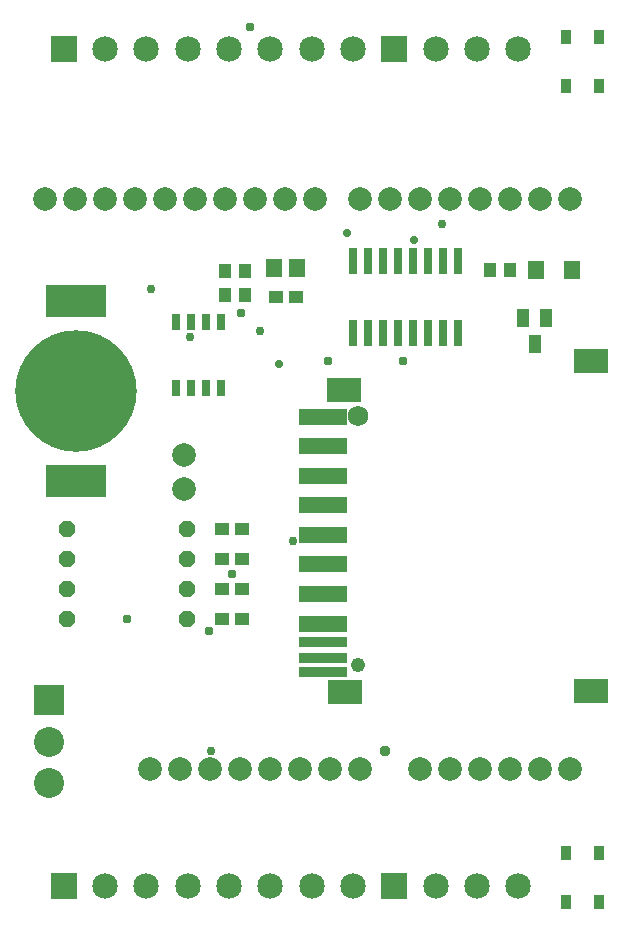
<source format=gts>
G75*
%MOIN*%
%OFA0B0*%
%FSLAX25Y25*%
%IPPOS*%
%LPD*%
%AMOC8*
5,1,8,0,0,1.08239X$1,22.5*
%
%ADD10C,0.07900*%
%ADD11R,0.03100X0.08500*%
%ADD12R,0.11524X0.08374*%
%ADD13R,0.16248X0.03256*%
%ADD14R,0.16248X0.05224*%
%ADD15C,0.04831*%
%ADD16C,0.06799*%
%ADD17OC8,0.05300*%
%ADD18R,0.05224X0.06012*%
%ADD19R,0.04437X0.04831*%
%ADD20R,0.03699X0.04634*%
%ADD21R,0.04831X0.04437*%
%ADD22R,0.04437X0.06012*%
%ADD23R,0.08500X0.08500*%
%ADD24C,0.08500*%
%ADD25R,0.20500X0.10500*%
%ADD26C,0.40500*%
%ADD27R,0.05618X0.06406*%
%ADD28R,0.02862X0.05224*%
%ADD29R,0.10000X0.10000*%
%ADD30C,0.10000*%
%ADD31OC8,0.02900*%
%ADD32C,0.03700*%
%ADD33C,0.02900*%
%ADD34C,0.03000*%
%ADD35C,0.03078*%
D10*
X0080000Y0060500D03*
X0090000Y0060500D03*
X0100000Y0060500D03*
X0110000Y0060500D03*
X0120000Y0060500D03*
X0130000Y0060500D03*
X0140000Y0060500D03*
X0150000Y0060500D03*
X0170000Y0060500D03*
X0180000Y0060500D03*
X0190000Y0060500D03*
X0200000Y0060500D03*
X0210000Y0060500D03*
X0220000Y0060500D03*
X0091250Y0153800D03*
X0091250Y0165200D03*
X0095000Y0250500D03*
X0085000Y0250500D03*
X0075000Y0250500D03*
X0065000Y0250500D03*
X0055000Y0250500D03*
X0045000Y0250500D03*
X0105000Y0250500D03*
X0115000Y0250500D03*
X0125000Y0250500D03*
X0135000Y0250500D03*
X0150000Y0250500D03*
X0160000Y0250500D03*
X0170000Y0250500D03*
X0180000Y0250500D03*
X0190000Y0250500D03*
X0200000Y0250500D03*
X0210000Y0250500D03*
X0220000Y0250500D03*
D11*
X0182750Y0230100D03*
X0177750Y0230100D03*
X0172750Y0230100D03*
X0167750Y0230100D03*
X0162750Y0230100D03*
X0157750Y0230100D03*
X0152750Y0230100D03*
X0147750Y0230100D03*
X0147750Y0205900D03*
X0152750Y0205900D03*
X0157750Y0205900D03*
X0162750Y0205900D03*
X0167750Y0205900D03*
X0172750Y0205900D03*
X0177750Y0205900D03*
X0182750Y0205900D03*
D12*
X0144793Y0187063D03*
X0145187Y0086276D03*
X0227077Y0086669D03*
X0227077Y0196512D03*
D13*
X0137707Y0102811D03*
X0137707Y0097693D03*
X0137707Y0092969D03*
D14*
X0137707Y0109110D03*
X0137707Y0118953D03*
X0137707Y0128795D03*
X0137707Y0138638D03*
X0137707Y0148480D03*
X0137707Y0158323D03*
X0137707Y0168165D03*
X0137707Y0178008D03*
D15*
X0149518Y0095331D03*
D16*
X0149518Y0178402D03*
D17*
X0092250Y0140500D03*
X0092250Y0130500D03*
X0092250Y0120500D03*
X0092250Y0110500D03*
X0052250Y0110500D03*
X0052250Y0120500D03*
X0052250Y0130500D03*
X0052250Y0140500D03*
D18*
X0208844Y0227000D03*
X0220656Y0227000D03*
D19*
X0200096Y0227000D03*
X0193404Y0227000D03*
X0111596Y0226500D03*
X0104904Y0226500D03*
X0104904Y0218500D03*
X0111596Y0218500D03*
D20*
X0218738Y0288331D03*
X0229762Y0288331D03*
X0229762Y0304669D03*
X0218738Y0304669D03*
X0218738Y0032669D03*
X0229762Y0032669D03*
X0229762Y0016331D03*
X0218738Y0016331D03*
D21*
X0110596Y0110500D03*
X0103904Y0110500D03*
X0103904Y0120500D03*
X0110596Y0120500D03*
X0110596Y0130500D03*
X0103904Y0130500D03*
X0103904Y0140500D03*
X0110596Y0140500D03*
X0121904Y0218000D03*
X0128596Y0218000D03*
D22*
X0204510Y0210831D03*
X0211990Y0210831D03*
X0208250Y0202169D03*
D23*
X0161486Y0300500D03*
X0051250Y0300500D03*
X0051250Y0021500D03*
X0161486Y0021500D03*
D24*
X0175266Y0021500D03*
X0189045Y0021500D03*
X0202825Y0021500D03*
X0147707Y0021500D03*
X0133927Y0021500D03*
X0120148Y0021500D03*
X0106368Y0021500D03*
X0092589Y0021500D03*
X0078809Y0021500D03*
X0065030Y0021500D03*
X0065030Y0300500D03*
X0078809Y0300500D03*
X0092589Y0300500D03*
X0106368Y0300500D03*
X0120148Y0300500D03*
X0133927Y0300500D03*
X0147707Y0300500D03*
X0175266Y0300500D03*
X0189045Y0300500D03*
X0202825Y0300500D03*
D25*
X0055250Y0216500D03*
X0055250Y0156500D03*
D26*
X0055250Y0186500D03*
D27*
X0121510Y0227500D03*
X0128990Y0227500D03*
D28*
X0103750Y0209524D03*
X0098750Y0209524D03*
X0093750Y0209524D03*
X0088750Y0209524D03*
X0088750Y0187476D03*
X0093750Y0187476D03*
X0098750Y0187476D03*
X0103750Y0187476D03*
D29*
X0046250Y0083500D03*
D30*
X0046250Y0055941D03*
X0046250Y0069720D03*
D31*
X0072250Y0110500D03*
X0107250Y0125500D03*
X0139250Y0196500D03*
X0164250Y0196500D03*
X0110250Y0212500D03*
D32*
X0158250Y0066500D03*
D33*
X0123050Y0195700D03*
X0145650Y0239300D03*
X0168050Y0236900D03*
D34*
X0177550Y0242400D03*
X0116650Y0206700D03*
X0093550Y0204600D03*
X0080250Y0220700D03*
X0127850Y0136700D03*
X0100550Y0066700D03*
D35*
X0099750Y0106500D03*
X0113250Y0308000D03*
M02*

</source>
